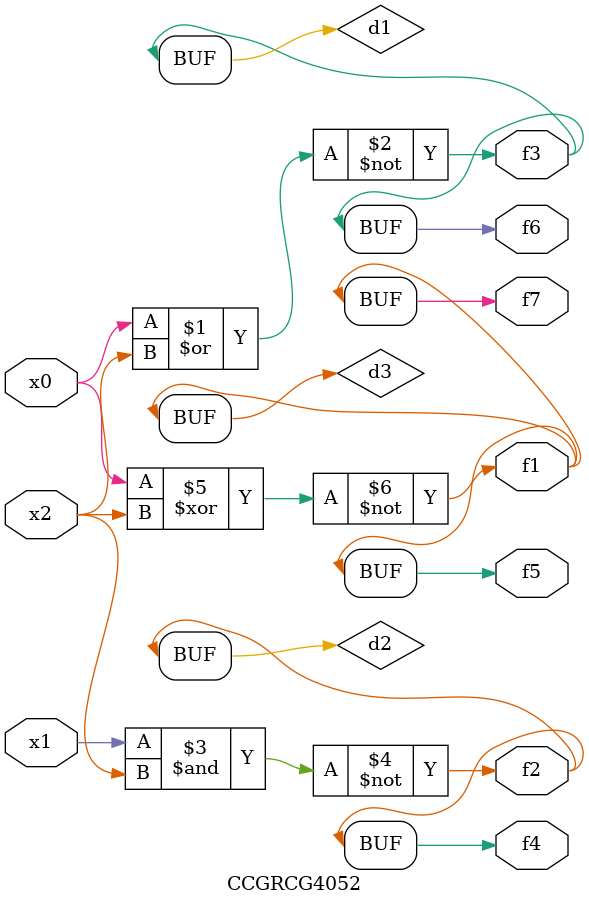
<source format=v>
module CCGRCG4052(
	input x0, x1, x2,
	output f1, f2, f3, f4, f5, f6, f7
);

	wire d1, d2, d3;

	nor (d1, x0, x2);
	nand (d2, x1, x2);
	xnor (d3, x0, x2);
	assign f1 = d3;
	assign f2 = d2;
	assign f3 = d1;
	assign f4 = d2;
	assign f5 = d3;
	assign f6 = d1;
	assign f7 = d3;
endmodule

</source>
